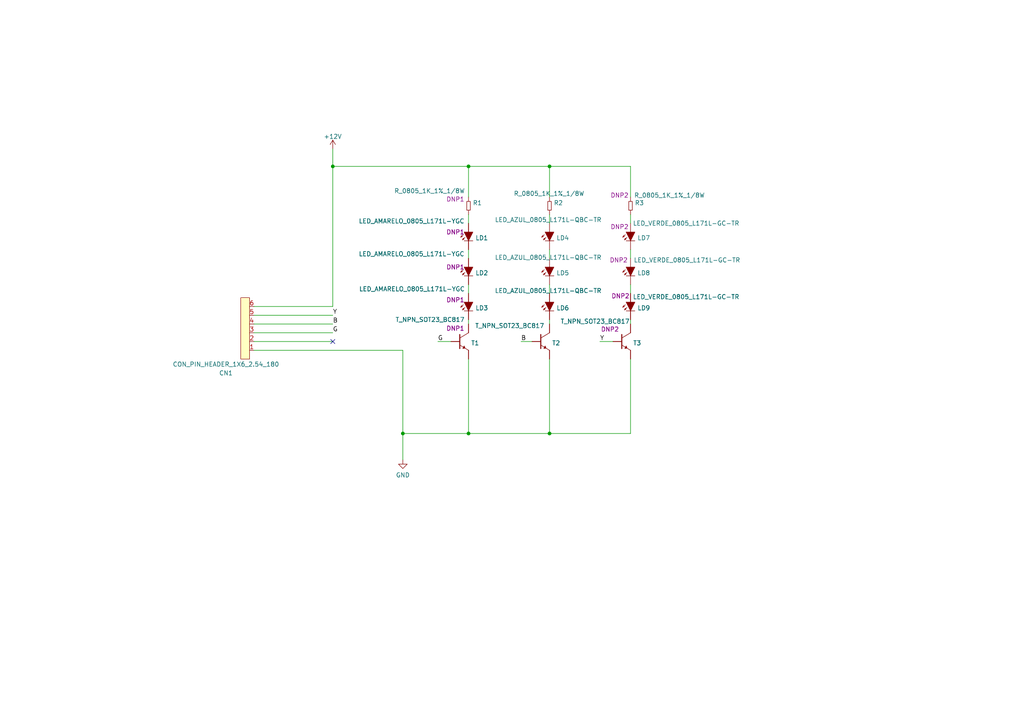
<source format=kicad_sch>
(kicad_sch (version 20211123) (generator eeschema)
  (paper "A4")
  (title_block (title "KiCAD BOM Tutorial") (date "2022-04-13") (rev "0.0.0") (company "-") (comment 1 "Author: Flávio Oliveira") (comment 2 "Variation 1: Blue and Green") (comment 3 "Variation 2: Blue and Yellow") (comment 4 "Variation 3: Yellow, Blue and Green"))
  (lib_symbols
    (symbol "minha_lib_:CON_PIN_HEADER_1X6_2.54_180" (pin_names hide)
      (property "Reference" "CN" (at 1.27 3.81 0))
      (property "Value" "CON_PIN_HEADER_1X6_2.54_180" (at 1.27 -16.51 0))
      (symbol "CON_PIN_HEADER_1X6_2.54_180_0_1"
        (rectangle (start 1.27 2.54) (end 3.81 -15.24) (stroke (width 0.1524)) (fill (type background)))
      )
      (symbol "CON_PIN_HEADER_1X6_2.54_180_1_1"
        (pin unspecified line (at 0 0 0) (length 1.27) (name "1") (number "1"))
        (pin unspecified line (at 0 -2.54 0) (length 1.27) (name "2") (number "2"))
        (pin unspecified line (at 0 -5.08 0) (length 1.27) (name "3") (number "3"))
        (pin unspecified line (at 0 -7.62 0) (length 1.27) (name "4") (number "4"))
        (pin unspecified line (at 0 -10.16 0) (length 1.27) (name "5") (number "5"))
        (pin unspecified line (at 0 -12.7 0) (length 1.27) (name "6") (number "6"))
      )
    )
    (symbol "minha_lib_:LED_AMARELO_0805_L171L-YGC" (pin_numbers hide) (pin_names (offset 0) hide)
      (property "Reference" "LD" (at 0.254 3.556 0))
      (property "Value" "LED_AMARELO_0805_L171L-YGC" (at 0 10.16 0))
      (symbol "LED_AMARELO_0805_L171L-YGC_0_1"
        (polyline (pts (xy 0 1.27) (xy 0 -1.27)) (stroke (width 0.1524)))
        (polyline (pts (xy 2.54 0) (xy 2.54 1.27)) (stroke (width 0.1524)))
        (polyline (pts (xy 2.54 0) (xy 2.54 -1.27) (xy 0 0) (xy 2.54 1.27)) (stroke (width 0.1524)) (fill (type outline)))
        (polyline (pts (xy 1.016 1.016) (xy 0.762 1.27) (xy 0.508 1.524) (xy 0.762 1.524) (xy 0.254 1.778) (xy 0.508 1.27) (xy 0.508 1.524)) (stroke (width 0.1524)) (fill (type outline)))
        (polyline (pts (xy 1.778 1.524) (xy 1.524 1.778) (xy 1.27 2.032) (xy 1.524 2.032) (xy 1.016 2.286) (xy 1.27 1.778) (xy 1.27 2.032)) (stroke (width 0.1524)) (fill (type outline)))
      )
      (symbol "LED_AMARELO_0805_L171L-YGC_1_1"
        (pin unspecified line (at -2.54 0 0) (length 2.54) (name "CATHODE") (number "1"))
        (pin unspecified line (at 5.08 0 180) (length 2.54) (name "ANODE") (number "2"))
      )
    )
    (symbol "minha_lib_:LED_AZUL_0805_L171L-QBC-TR" (pin_numbers hide) (pin_names (offset 0) hide)
      (property "Reference" "LD" (at 0.254 3.556 0))
      (property "Value" "LED_AZUL_0805_L171L-QBC-TR" (at 0 10.16 0))
      (symbol "LED_AZUL_0805_L171L-QBC-TR_0_1"
        (polyline (pts (xy 0 1.27) (xy 0 -1.27)) (stroke (width 0.1524)))
        (polyline (pts (xy 2.54 0) (xy 2.54 1.27)) (stroke (width 0.1524)))
        (polyline (pts (xy 2.54 0) (xy 2.54 -1.27) (xy 0 0) (xy 2.54 1.27)) (stroke (width 0.1524)) (fill (type outline)))
        (polyline (pts (xy 1.016 1.016) (xy 0.762 1.27) (xy 0.508 1.524) (xy 0.762 1.524) (xy 0.254 1.778) (xy 0.508 1.27) (xy 0.508 1.524)) (stroke (width 0.1524)) (fill (type outline)))
        (polyline (pts (xy 1.778 1.524) (xy 1.524 1.778) (xy 1.27 2.032) (xy 1.524 2.032) (xy 1.016 2.286) (xy 1.27 1.778) (xy 1.27 2.032)) (stroke (width 0.1524)) (fill (type outline)))
      )
      (symbol "LED_AZUL_0805_L171L-QBC-TR_1_1"
        (pin unspecified line (at -2.54 0 0) (length 2.54) (name "CATHODE") (number "1"))
        (pin unspecified line (at 5.08 0 180) (length 2.54) (name "ANODE") (number "2"))
      )
    )
    (symbol "minha_lib_:LED_VERDE_0805_L171L-GC-TR" (pin_numbers hide) (pin_names (offset 0) hide)
      (property "Reference" "LD" (at 0.254 3.556 0))
      (property "Value" "LED_VERDE_0805_L171L-GC-TR" (at 0 10.16 0))
      (symbol "LED_VERDE_0805_L171L-GC-TR_0_1"
        (polyline (pts (xy 0 1.27) (xy 0 -1.27)) (stroke (width 0.1524)))
        (polyline (pts (xy 2.54 0) (xy 2.54 1.27)) (stroke (width 0.1524)))
        (polyline (pts (xy 2.54 0) (xy 2.54 -1.27) (xy 0 0) (xy 2.54 1.27)) (stroke (width 0.1524)) (fill (type outline)))
        (polyline (pts (xy 1.016 1.016) (xy 0.762 1.27) (xy 0.508 1.524) (xy 0.762 1.524) (xy 0.254 1.778) (xy 0.508 1.27) (xy 0.508 1.524)) (stroke (width 0.1524)) (fill (type outline)))
        (polyline (pts (xy 1.778 1.524) (xy 1.524 1.778) (xy 1.27 2.032) (xy 1.524 2.032) (xy 1.016 2.286) (xy 1.27 1.778) (xy 1.27 2.032)) (stroke (width 0.1524)) (fill (type outline)))
      )
      (symbol "LED_VERDE_0805_L171L-GC-TR_1_1"
        (pin unspecified line (at -2.54 0 0) (length 2.54) (name "CATHODE") (number "1"))
        (pin unspecified line (at 5.08 0 180) (length 2.54) (name "ANODE") (number "2"))
      )
    )
    (symbol "minha_lib_:R_0805_1K_1%_1{slash}8W" (pin_numbers hide) (pin_names (offset 0) hide)
      (property "Reference" "R" (at 2.54 1.524 0))
      (property "Value" "R_0805_1K_1%_1{slash}8W" (at 2.032 -2.032 0))
      (symbol "R_0805_1K_1%_1{slash}8W_0_1"
        (polyline (pts (xy 1.27 0.508) (xy 1.27 -0.508) (xy 3.81 -0.508) (xy 3.81 0.508) (xy 1.27 0.508)) (stroke (width 0.1524)))
      )
      (symbol "R_0805_1K_1%_1{slash}8W_1_1"
        (pin unspecified line (at 0 0 0) (length 1.27) (name "CATHODE") (number "1"))
        (pin unspecified line (at 5.08 0 180) (length 1.27) (name "ANODE") (number "2"))
      )
    )
    (symbol "minha_lib_:T_NPN_SOT23_BC817" (pin_numbers hide) (pin_names (offset 0) hide)
      (property "Reference" "T" (at 0.254 3.556 0))
      (property "Value" "T_NPN_SOT23_BC817" (at 0 10.16 0))
      (symbol "T_NPN_SOT23_BC817_0_1"
        (polyline (pts (xy 2.54 -1.016) (xy 5.08 -2.54)) (stroke (width 0.1524)))
        (polyline (pts (xy 2.54 1.016) (xy 5.08 2.54)) (stroke (width 0.1524)))
        (polyline (pts (xy 2.54 2.032) (xy 2.54 -2.032)) (stroke (width 0.3)))
        (polyline (pts (xy 4.064 -1.905) (xy 3.81 -1.27) (xy 3.429 -2.032) (xy 4.064 -1.905)) (stroke (width 0.1524)) (fill (type outline)))
      )
      (symbol "T_NPN_SOT23_BC817_1_1"
        (pin unspecified line (at 0 0 0) (length 2.54) (name "B") (number "1"))
        (pin unspecified line (at 5.08 -5.08 90) (length 2.54) (name "C") (number "2"))
        (pin unspecified line (at 5.08 5.08 270) (length 2.54) (name "E") (number "3"))
      )
    )
    (symbol "power_symbols:+12V" (power) (pin_names (offset 0))
      (property "Value" "+12V" (at 0 3.556 0))
      (symbol "+12V_0_1"
        (polyline (pts (xy -0.762 1.27) (xy 0 2.54)))
        (polyline (pts (xy 0 0) (xy 0 2.54)))
        (polyline (pts (xy 0 2.54) (xy 0.762 1.27)))
      )
      (symbol "+12V_1_1"
        (pin power_in line (at 0 0 90) (length 0) hide (name "+12V") (number "1"))
      )
    )
    (symbol "power_symbols:GND" (power) (pin_names (offset 0))
      (property "Value" "GND" (at 0 -3.81 0))
      (symbol "GND_0_1"
        (polyline (pts (xy 0 0) (xy 0 -1.27) (xy 1.27 -1.27) (xy 0 -2.54) (xy -1.27 -1.27) (xy 0 -1.27)))
      )
      (symbol "GND_1_1"
        (pin power_in line (at 0 0 270) (length 0) hide (name "GND") (number "1"))
      )
    )
  )
  (junction (at 159.385 48.26))
  (junction (at 116.84 125.73))
  (junction (at 96.52 48.26))
  (junction (at 135.89 48.26))
  (junction (at 135.89 125.73))
  (junction (at 159.385 125.73))
  (no_connect (at 96.52 99.06))
  (wire (pts (xy 96.52 48.26) (xy 135.89 48.26)))
  (wire (pts (xy 182.88 92.71) (xy 182.88 93.98)))
  (wire (pts (xy 96.52 96.52) (xy 73.66 96.52)))
  (wire (pts (xy 127 99.06) (xy 130.81 99.06)))
  (wire (pts (xy 96.52 43.18) (xy 96.52 48.26)))
  (wire (pts (xy 159.385 92.71) (xy 159.385 93.98)))
  (wire (pts (xy 182.88 62.23) (xy 182.88 64.77)))
  (wire (pts (xy 159.385 48.26) (xy 182.88 48.26)))
  (wire (pts (xy 116.84 125.73) (xy 135.89 125.73)))
  (wire (pts (xy 159.385 62.23) (xy 159.385 64.77)))
  (wire (pts (xy 135.89 62.23) (xy 135.89 64.77)))
  (wire (pts (xy 135.89 125.73) (xy 159.385 125.73)))
  (wire (pts (xy 135.89 48.26) (xy 159.385 48.26)))
  (wire (pts (xy 96.52 99.06) (xy 73.66 99.06)))
  (wire (pts (xy 159.385 48.26) (xy 159.385 57.15)))
  (wire (pts (xy 159.385 104.14) (xy 159.385 125.73)))
  (wire (pts (xy 135.89 92.71) (xy 135.89 93.98)))
  (wire (pts (xy 151.13 99.06) (xy 154.305 99.06)))
  (wire (pts (xy 73.66 101.6) (xy 116.84 101.6)))
  (wire (pts (xy 182.88 48.26) (xy 182.88 57.15)))
  (wire (pts (xy 159.385 125.73) (xy 182.88 125.73)))
  (wire (pts (xy 182.88 104.14) (xy 182.88 125.73)))
  (wire (pts (xy 135.89 57.15) (xy 135.89 48.26)))
  (wire (pts (xy 96.52 48.26) (xy 96.52 88.9)))
  (wire (pts (xy 96.52 88.9) (xy 73.66 88.9)))
  (wire (pts (xy 135.89 82.55) (xy 135.89 85.09)))
  (wire (pts (xy 182.88 72.39) (xy 182.88 74.93)))
  (wire (pts (xy 173.99 99.06) (xy 177.8 99.06)))
  (wire (pts (xy 135.89 72.39) (xy 135.89 74.93)))
  (wire (pts (xy 135.89 104.14) (xy 135.89 125.73)))
  (wire (pts (xy 96.52 91.44) (xy 73.66 91.44)))
  (wire (pts (xy 116.84 125.73) (xy 116.84 133.35)))
  (wire (pts (xy 159.385 82.55) (xy 159.385 85.09)))
  (wire (pts (xy 182.88 82.55) (xy 182.88 85.09)))
  (wire (pts (xy 96.52 93.98) (xy 73.66 93.98)))
  (wire (pts (xy 159.385 72.39) (xy 159.385 74.93)))
  (wire (pts (xy 116.84 101.6) (xy 116.84 125.73)))
  (label "G" (at 96.52 96.52 0))
  (label "B" (at 151.13 99.06 0))
  (label "G" (at 127 99.06 0))
  (label "Y" (at 96.52 91.44 0))
  (label "Y" (at 173.99 99.06 0))
  (label "B" (at 96.52 93.98 0))
  (symbol (lib_id "minha_lib_:T_NPN_SOT23_BC817") (at 154.305 99.06 0) (unit 1)
    (property "Reference" "T2" (at 160.0962 99.4938 0) (effects (justify left)))
    (property "Value" "T_NPN_SOT23_BC817" (at 147.828 94.488 0))
    (property "Footprint" "minha_lib:SOT_23" (effects hide))
    (property "Datasheet" "https://br.mouser.com/datasheet/2/916/BC817_SER-1598763.pdf" (effects hide))
    (property "PN" "BC817-40,215" (effects hide))
    (property "Link" "https://br.mouser.com/ProductDetail/Nexperia/BC817-40215?qs=sGAEpiMZZMt46bMQRT2SLrMI6Lc%252BSQ0xVQ67Chgc3gU%3D" (effects hide))
    (property "Detailed Description" "Transistores bipolares de junção - BJT NPN GP 500 45V" (effects hide))
    (property "Fabricante" "Nexperia" (effects hide))
  )
  (symbol (lib_id "minha_lib_:LED_AZUL_0805_L171L-QBC-TR") (at 159.385 80.01 90) (unit 1)
    (property "Reference" "LD5" (at 161.3662 79.1738 90) (effects (justify right)))
    (property "Value" "LED_AZUL_0805_L171L-QBC-TR" (at 159.004 74.676 90))
    (property "Footprint" "minha_lib:LED_0805" (effects hide))
    (property "Datasheet" "http://www.aopled.com/AOP_PDFs/L171L-QBC.pdf" (effects hide))
    (property "PN" "L171L-QBC-TR" (effects hide))
    (property "Link" "https://www.digikey.com.br/en/products/detail/american-opto-plus-led/L171L-QBC-TR/12325437" (effects hide))
    (property "Detailed Description" "Blue 470nm LED Indication - Discrete 3.3V 0805 (2012 Metric)" (effects hide))
    (property "Fabricante" "American Opto Plus LED" (effects hide))
  )
  (symbol (lib_id "minha_lib_:R_0805_1K_1%_1{slash}8W") (at 159.385 62.23 90) (unit 1)
    (property "Reference" "R2" (at 160.6042 58.8553 90) (effects (justify right)))
    (property "Value" "R_0805_1K_1%_1/8W" (at 159.258 56.134 90))
    (property "Footprint" "minha_lib:RES_0805" (effects hide))
    (property "Datasheet" "https://www.seielect.com/catalog/sei-rmcf_rmcp.pdf" (effects hide))
    (property "PN" "RMCF0805FT1K00" (effects hide))
    (property "Link" "https://www.digikey.com.br/en/products/detail/stackpole-electronics-inc/RMCF0805FT1K00/1760676" (effects hide))
    (property "Detailed Description" "1 kOhms ±1% 0.125W, 1/8W Chip Resistor 0805 (2012 Metric) Automotive AEC-Q200 Thick Film" (effects hide))
    (property "Fabricante" "Stackpole Electronics Inc" (effects hide))
  )
  (symbol (lib_id "minha_lib_:LED_AZUL_0805_L171L-QBC-TR") (at 159.385 90.17 90) (unit 1)
    (property "Reference" "LD6" (at 161.3662 89.3338 90) (effects (justify right)))
    (property "Value" "LED_AZUL_0805_L171L-QBC-TR" (at 159.004 84.328 90))
    (property "Footprint" "minha_lib:LED_0805" (effects hide))
    (property "Datasheet" "http://www.aopled.com/AOP_PDFs/L171L-QBC.pdf" (effects hide))
    (property "PN" "L171L-QBC-TR" (effects hide))
    (property "Link" "https://www.digikey.com.br/en/products/detail/american-opto-plus-led/L171L-QBC-TR/12325437" (effects hide))
    (property "Detailed Description" "Blue 470nm LED Indication - Discrete 3.3V 0805 (2012 Metric)" (effects hide))
    (property "Fabricante" "American Opto Plus LED" (effects hide))
  )
  (symbol (lib_id "minha_lib_:LED_AZUL_0805_L171L-QBC-TR") (at 159.385 69.85 90) (unit 1)
    (property "Reference" "LD4" (at 161.3662 69.0138 90) (effects (justify right)))
    (property "Value" "LED_AZUL_0805_L171L-QBC-TR" (at 159.004 63.754 90))
    (property "Footprint" "minha_lib:LED_0805" (effects hide))
    (property "Datasheet" "http://www.aopled.com/AOP_PDFs/L171L-QBC.pdf" (effects hide))
    (property "PN" "L171L-QBC-TR" (effects hide))
    (property "Link" "https://www.digikey.com.br/en/products/detail/american-opto-plus-led/L171L-QBC-TR/12325437" (effects hide))
    (property "Detailed Description" "Blue 470nm LED Indication - Discrete 3.3V 0805 (2012 Metric)" (effects hide))
    (property "Fabricante" "American Opto Plus LED" (effects hide))
  )
  (symbol (lib_id "minha_lib_:LED_AMARELO_0805_L171L-YGC") (at 135.89 90.17 90) (unit 1)
    (property "Reference" "LD3" (at 137.8712 89.3338 90) (effects (justify right)))
    (property "Value" "LED_AMARELO_0805_L171L-YGC" (at 119.4816 83.82 90))
    (property "Footprint" "minha_lib:LED_0805" (effects hide))
    (property "Datasheet" "http://www.aopled.com/AOP_PDFs/L171L-YGC-TR.pdf" (effects hide))
    (property "PN" "L171L-YGC" (effects hide))
    (property "Link" "https://www.digikey.com.br/en/products/detail/american-opto-plus-led/L171L-YGC/12325431" (effects hide))
    (property "Detailed Description" "Yellow-Green 574nm LED Indication - Discrete 2.15V 0805 (2012 Metric)" (effects hide))
    (property "Fabricante" "American Opto Plus LED" (effects hide))
    (property "DNP1" "DNP1" (at 132.08 86.995 90))
  )
  (symbol (lib_id "power_symbols:+12V") (at 96.52 43.18 0) (unit 1)
    (property "Reference" "#PWR0102" (effects hide))
    (property "Value" "+12V" (at 96.52 39.6042 0))
  )
  (symbol (lib_id "minha_lib_:T_NPN_SOT23_BC817") (at 177.8 99.06 0) (unit 1)
    (property "Reference" "T3" (at 183.5912 99.4938 0) (effects (justify left)))
    (property "Value" "T_NPN_SOT23_BC817" (at 172.593 93.218 0))
    (property "Footprint" "minha_lib:SOT_23" (effects hide))
    (property "Datasheet" "https://br.mouser.com/datasheet/2/916/BC817_SER-1598763.pdf" (effects hide))
    (property "PN" "BC817-40,215" (effects hide))
    (property "Link" "https://br.mouser.com/ProductDetail/Nexperia/BC817-40215?qs=sGAEpiMZZMt46bMQRT2SLrMI6Lc%252BSQ0xVQ67Chgc3gU%3D" (effects hide))
    (property "Detailed Description" "Transistores bipolares de junção - BJT NPN GP 500 45V" (effects hide))
    (property "Fabricante" "Nexperia" (effects hide))
    (property "DNP2" "DNP2" (at 176.911 95.504 0))
  )
  (symbol (lib_id "minha_lib_:R_0805_1K_1%_1{slash}8W") (at 182.88 62.23 90) (unit 1)
    (property "Reference" "R3" (at 184.0992 58.8553 90) (effects (justify right)))
    (property "Value" "R_0805_1K_1%_1/8W" (at 194.183 56.642 90))
    (property "Footprint" "minha_lib:RES_0805" (effects hide))
    (property "Datasheet" "https://www.seielect.com/catalog/sei-rmcf_rmcp.pdf" (effects hide))
    (property "PN" "RMCF0805FT1K00" (effects hide))
    (property "Link" "https://www.digikey.com.br/en/products/detail/stackpole-electronics-inc/RMCF0805FT1K00/1760676" (effects hide))
    (property "Detailed Description" "1 kOhms ±1% 0.125W, 1/8W Chip Resistor 0805 (2012 Metric) Automotive AEC-Q200 Thick Film" (effects hide))
    (property "Fabricante" "Stackpole Electronics Inc" (effects hide))
    (property "DNP2" "DNP2" (at 179.705 56.642 90))
  )
  (symbol (lib_id "minha_lib_:T_NPN_SOT23_BC817") (at 130.81 99.06 0) (unit 1)
    (property "Reference" "T1" (at 136.6012 99.4938 0) (effects (justify left)))
    (property "Value" "T_NPN_SOT23_BC817" (at 124.714 92.71 0))
    (property "Footprint" "minha_lib:SOT_23" (effects hide))
    (property "Datasheet" "https://br.mouser.com/datasheet/2/916/BC817_SER-1598763.pdf" (effects hide))
    (property "PN" "BC817-40,215" (effects hide))
    (property "Link" "https://br.mouser.com/ProductDetail/Nexperia/BC817-40215?qs=sGAEpiMZZMt46bMQRT2SLrMI6Lc%252BSQ0xVQ67Chgc3gU%3D" (effects hide))
    (property "Detailed Description" "Transistores bipolares de junção - BJT NPN GP 500 45V" (effects hide))
    (property "Fabricante" "Nexperia" (effects hide))
    (property "DNP1" "DNP1" (at 132.08 95.25 0))
  )
  (symbol (lib_id "power_symbols:GND") (at 116.84 133.35 0) (unit 1)
    (property "Reference" "#PWR0101" (effects hide))
    (property "Value" "GND" (at 116.84 137.7934 0))
  )
  (symbol (lib_id "minha_lib_:LED_VERDE_0805_L171L-GC-TR") (at 182.88 69.85 90) (unit 1)
    (property "Reference" "LD7" (at 184.8612 69.0138 90) (effects (justify right)))
    (property "Value" "LED_VERDE_0805_L171L-GC-TR" (at 199.009 64.77 90))
    (property "Footprint" "minha_lib:LED_0805" (effects hide))
    (property "Datasheet" "https://www.aopled.com/AOP_PDFs/L171L-GC.pdf" (effects hide))
    (property "PN" "L171L-GC-TR" (effects hide))
    (property "Link" "https://www.digikey.com.br/en/products/detail/american-opto-plus-led/L171L-GC-TR/12325445" (effects hide))
    (property "Detailed Description" "Green 573nm LED Indication - Discrete 1.95V 0805 (2012 Metric)" (effects hide))
    (property "Fabricante" "American Opto Plus LED" (effects hide))
    (property "DNP2" "DNP2" (at 179.705 65.786 90))
  )
  (symbol (lib_id "minha_lib_:R_0805_1K_1%_1{slash}8W") (at 135.89 62.23 90) (unit 1)
    (property "Reference" "R1" (at 137.1092 58.8553 90) (effects (justify right)))
    (property "Value" "R_0805_1K_1%_1/8W" (at 124.587 55.372 90))
    (property "Footprint" "minha_lib:RES_0805" (effects hide))
    (property "Datasheet" "https://www.seielect.com/catalog/sei-rmcf_rmcp.pdf" (effects hide))
    (property "PN" "RMCF0805FT1K00" (effects hide))
    (property "Link" "https://www.digikey.com.br/en/products/detail/stackpole-electronics-inc/RMCF0805FT1K00/1760676" (effects hide))
    (property "Detailed Description" "1 kOhms ±1% 0.125W, 1/8W Chip Resistor 0805 (2012 Metric) Automotive AEC-Q200 Thick Film" (effects hide))
    (property "Fabricante" "Stackpole Electronics Inc" (effects hide))
    (property "DNP1" "DNP1" (at 132.08 57.785 90))
  )
  (symbol (lib_id "minha_lib_:LED_AMARELO_0805_L171L-YGC") (at 135.89 69.85 90) (unit 1)
    (property "Reference" "LD1" (at 137.8712 69.0138 90) (effects (justify right)))
    (property "Value" "LED_AMARELO_0805_L171L-YGC" (at 119.38 64.135 90))
    (property "Footprint" "minha_lib:LED_0805" (effects hide))
    (property "Datasheet" "http://www.aopled.com/AOP_PDFs/L171L-YGC-TR.pdf" (effects hide))
    (property "PN" "L171L-YGC" (effects hide))
    (property "Link" "https://www.digikey.com.br/en/products/detail/american-opto-plus-led/L171L-YGC/12325431" (effects hide))
    (property "Detailed Description" "Yellow-Green 574nm LED Indication - Discrete 2.15V 0805 (2012 Metric)" (effects hide))
    (property "Fabricante" "American Opto Plus LED" (effects hide))
    (property "DNP1" "DNP1" (at 132.08 67.31 90))
  )
  (symbol (lib_id "minha_lib_:LED_VERDE_0805_L171L-GC-TR") (at 182.88 90.17 90) (unit 1)
    (property "Reference" "LD9" (at 184.8612 89.3338 90) (effects (justify right)))
    (property "Value" "LED_VERDE_0805_L171L-GC-TR" (at 199.009 86.106 90))
    (property "Footprint" "minha_lib:LED_0805" (effects hide))
    (property "Datasheet" "https://www.aopled.com/AOP_PDFs/L171L-GC.pdf" (effects hide))
    (property "PN" "L171L-GC-TR" (effects hide))
    (property "Link" "https://www.digikey.com.br/en/products/detail/american-opto-plus-led/L171L-GC-TR/12325445" (effects hide))
    (property "Detailed Description" "Green 573nm LED Indication - Discrete 1.95V 0805 (2012 Metric)" (effects hide))
    (property "Fabricante" "American Opto Plus LED" (effects hide))
    (property "DNP2" "DNP2" (at 179.959 85.852 90))
  )
  (symbol (lib_id "minha_lib_:LED_AMARELO_0805_L171L-YGC") (at 135.89 80.01 90) (unit 1)
    (property "Reference" "LD2" (at 137.8712 79.1738 90) (effects (justify right)))
    (property "Value" "LED_AMARELO_0805_L171L-YGC" (at 119.38 73.66 90))
    (property "Footprint" "minha_lib:LED_0805" (effects hide))
    (property "Datasheet" "http://www.aopled.com/AOP_PDFs/L171L-YGC-TR.pdf" (effects hide))
    (property "PN" "L171L-YGC" (effects hide))
    (property "Link" "https://www.digikey.com.br/en/products/detail/american-opto-plus-led/L171L-YGC/12325431" (effects hide))
    (property "Detailed Description" "Yellow-Green 574nm LED Indication - Discrete 2.15V 0805 (2012 Metric)" (effects hide))
    (property "Fabricante" "American Opto Plus LED" (effects hide))
    (property "DNP1" "DNP1" (at 132.08 77.47 90))
  )
  (symbol (lib_id "minha_lib_:CON_PIN_HEADER_1X6_2.54_180") (at 73.66 101.6 180) (unit 1)
    (property "Reference" "CN1" (at 65.532 108.204 0))
    (property "Value" "CON_PIN_HEADER_1X6_2.54_180" (at 65.532 105.664 0))
    (property "Footprint" "minha_lib:pin_header_male_6_2.54_pth" (effects hide))
    (property "Datasheet" "https://app.adam-tech.com/products/download/data_sheet/201605/ph1-xx-ua-data-sheet.pdf" (effects hide))
    (property "Link" "https://www.digikey.com.br/pt/products/detail/adam-tech/PH1-06-UA/9830394" (effects hide))
    (property "PN" "PH1-06-UA" (effects hide))
    (property "Fabricante" "Adam Tech" (effects hide))
    (property "Detailed Description" "Conector barra de pinos Furo passante 6 position 0,100\" (2,54mm)" (effects hide))
  )
  (symbol (lib_id "minha_lib_:LED_VERDE_0805_L171L-GC-TR") (at 182.88 80.01 90) (unit 1)
    (property "Reference" "LD8" (at 184.8612 79.1738 90) (effects (justify right)))
    (property "Value" "LED_VERDE_0805_L171L-GC-TR" (at 199.263 75.438 90))
    (property "Footprint" "minha_lib:LED_0805" (effects hide))
    (property "Datasheet" "https://www.aopled.com/AOP_PDFs/L171L-GC.pdf" (effects hide))
    (property "PN" "L171L-GC-TR" (effects hide))
    (property "Link" "https://www.digikey.com.br/en/products/detail/american-opto-plus-led/L171L-GC-TR/12325445" (effects hide))
    (property "Detailed Description" "Green 573nm LED Indication - Discrete 1.95V 0805 (2012 Metric)" (effects hide))
    (property "Fabricante" "American Opto Plus LED" (effects hide))
    (property "DNP2" "DNP2" (at 179.451 75.438 90))
  )
)
</source>
